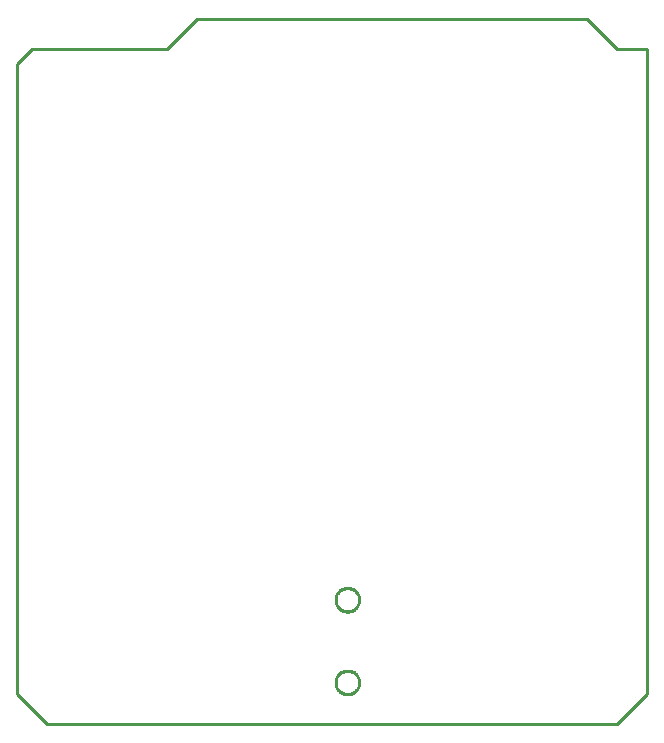
<source format=gbr>
G04 EAGLE Gerber RS-274X export*
G75*
%MOMM*%
%FSLAX34Y34*%
%LPD*%
%IN*%
%IPPOS*%
%AMOC8*
5,1,8,0,0,1.08239X$1,22.5*%
G01*
%ADD10C,0.254000*%


D10*
X0Y25400D02*
X25400Y0D01*
X508000Y0D01*
X533400Y25400D01*
X533400Y571500D01*
X508000Y571500D01*
X482600Y596900D01*
X152400Y596900D01*
X127000Y571500D01*
X12700Y571500D01*
X0Y558800D01*
X0Y25400D01*
X279837Y45000D02*
X280707Y44924D01*
X281566Y44772D01*
X282410Y44546D01*
X283230Y44248D01*
X284022Y43879D01*
X284778Y43442D01*
X285493Y42941D01*
X286162Y42380D01*
X286780Y41762D01*
X287341Y41093D01*
X287842Y40378D01*
X288279Y39622D01*
X288648Y38830D01*
X288946Y38010D01*
X289172Y37166D01*
X289324Y36307D01*
X289400Y35437D01*
X289400Y34563D01*
X289324Y33694D01*
X289172Y32834D01*
X288946Y31990D01*
X288648Y31170D01*
X288279Y30378D01*
X287842Y29622D01*
X287341Y28907D01*
X286780Y28238D01*
X286162Y27620D01*
X285493Y27059D01*
X284778Y26558D01*
X284022Y26121D01*
X283230Y25752D01*
X282410Y25454D01*
X281566Y25228D01*
X280707Y25076D01*
X279837Y25000D01*
X278963Y25000D01*
X278094Y25076D01*
X277234Y25228D01*
X276390Y25454D01*
X275570Y25752D01*
X274778Y26121D01*
X274022Y26558D01*
X273307Y27059D01*
X272638Y27620D01*
X272020Y28238D01*
X271459Y28907D01*
X270958Y29622D01*
X270521Y30378D01*
X270152Y31170D01*
X269854Y31990D01*
X269628Y32834D01*
X269476Y33694D01*
X269400Y34563D01*
X269400Y35437D01*
X269476Y36307D01*
X269628Y37166D01*
X269854Y38010D01*
X270152Y38830D01*
X270521Y39622D01*
X270958Y40378D01*
X271459Y41093D01*
X272020Y41762D01*
X272638Y42380D01*
X273307Y42941D01*
X274022Y43442D01*
X274778Y43879D01*
X275570Y44248D01*
X276390Y44546D01*
X277234Y44772D01*
X278094Y44924D01*
X278963Y45000D01*
X279837Y45000D01*
X279837Y115000D02*
X280707Y114924D01*
X281566Y114772D01*
X282410Y114546D01*
X283230Y114248D01*
X284022Y113879D01*
X284778Y113442D01*
X285493Y112941D01*
X286162Y112380D01*
X286780Y111762D01*
X287341Y111093D01*
X287842Y110378D01*
X288279Y109622D01*
X288648Y108830D01*
X288946Y108010D01*
X289172Y107166D01*
X289324Y106307D01*
X289400Y105437D01*
X289400Y104563D01*
X289324Y103694D01*
X289172Y102834D01*
X288946Y101990D01*
X288648Y101170D01*
X288279Y100378D01*
X287842Y99622D01*
X287341Y98907D01*
X286780Y98238D01*
X286162Y97620D01*
X285493Y97059D01*
X284778Y96558D01*
X284022Y96121D01*
X283230Y95752D01*
X282410Y95454D01*
X281566Y95228D01*
X280707Y95076D01*
X279837Y95000D01*
X278963Y95000D01*
X278094Y95076D01*
X277234Y95228D01*
X276390Y95454D01*
X275570Y95752D01*
X274778Y96121D01*
X274022Y96558D01*
X273307Y97059D01*
X272638Y97620D01*
X272020Y98238D01*
X271459Y98907D01*
X270958Y99622D01*
X270521Y100378D01*
X270152Y101170D01*
X269854Y101990D01*
X269628Y102834D01*
X269476Y103694D01*
X269400Y104563D01*
X269400Y105437D01*
X269476Y106307D01*
X269628Y107166D01*
X269854Y108010D01*
X270152Y108830D01*
X270521Y109622D01*
X270958Y110378D01*
X271459Y111093D01*
X272020Y111762D01*
X272638Y112380D01*
X273307Y112941D01*
X274022Y113442D01*
X274778Y113879D01*
X275570Y114248D01*
X276390Y114546D01*
X277234Y114772D01*
X278094Y114924D01*
X278963Y115000D01*
X279837Y115000D01*
M02*

</source>
